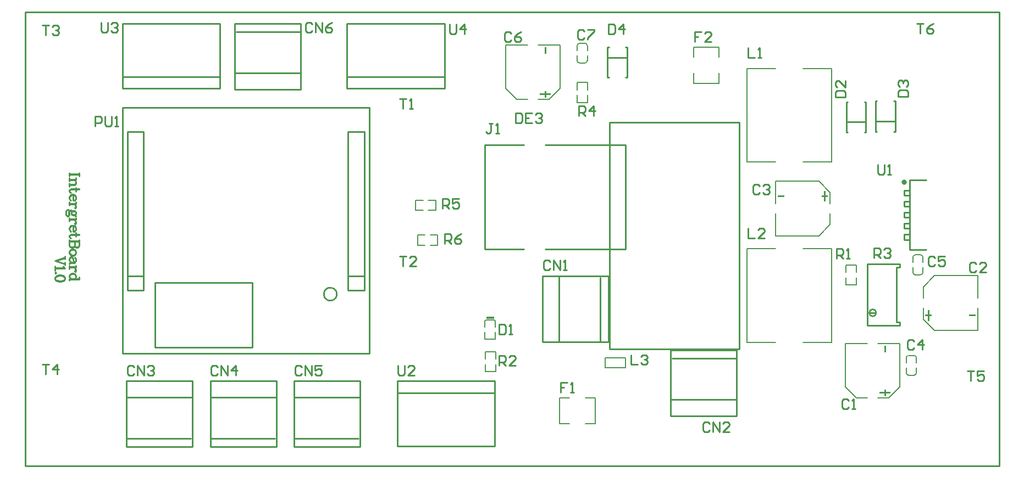
<source format=gto>
G04*
G04 #@! TF.GenerationSoftware,Altium Limited,Altium Designer,19.0.4 (130)*
G04*
G04 Layer_Color=65535*
%FSTAX44Y44*%
%MOMM*%
G71*
G01*
G75*
%ADD10C,0.2540*%
%ADD11C,0.2000*%
%ADD12C,0.4000*%
%ADD13C,0.1524*%
%ADD14R,1.2000X0.3000*%
G36*
X00802335Y0063575D02*
X00799845Y0063575D01*
Y0064571D01*
X00802335Y0064571D01*
Y0063575D01*
D02*
G37*
G36*
Y00574415D02*
X0080939D01*
Y00571925D01*
X00802335D01*
Y0056819D01*
X00799845Y0056819D01*
Y00571925D01*
X0079279D01*
Y00574415D01*
X00799845D01*
Y0057815D01*
X00802335D01*
Y00574415D01*
D02*
G37*
G36*
X01169Y00414731D02*
X0115904D01*
Y00417221D01*
X01169Y00417221D01*
Y00414731D01*
D02*
G37*
G36*
X01232825Y00417221D02*
X0123656D01*
X0123656Y00414731D01*
X01232825D01*
Y00407676D01*
X01230335D01*
Y00414731D01*
X012266D01*
Y00417221D01*
X01230335D01*
Y00424276D01*
X01232825D01*
Y00417221D01*
D02*
G37*
G36*
X01325646Y0011767D02*
Y00113935D01*
X01332701D01*
Y00111445D01*
X01325646D01*
Y0010771D01*
X01323156Y0010771D01*
Y00111445D01*
X01316101D01*
X01316101Y00113935D01*
X01323156D01*
Y0011767D01*
X01325646Y0011767D01*
D02*
G37*
G36*
X01323156Y0018523D02*
X01325646Y0018523D01*
Y0017527D01*
X01323156Y0017527D01*
Y0018523D01*
D02*
G37*
G36*
X01392665Y00233269D02*
X013964D01*
Y00230779D01*
X01392665D01*
Y00223724D01*
X01390175Y00223724D01*
Y00230779D01*
X0138644D01*
X0138644Y00233269D01*
X01390175D01*
Y00240324D01*
X01392665D01*
Y00233269D01*
D02*
G37*
G36*
X0146396D02*
Y00230779D01*
X01454Y00230779D01*
Y00233269D01*
X0146396Y00233269D01*
D02*
G37*
D10*
X0048Y00264834D02*
G03*
X0048Y00264834I-0001J0D01*
G01*
X01300105Y0023596D02*
G03*
X01300105Y00236061I00005388J00000051D01*
G01*
X0015Y00172934D02*
Y00552934D01*
X0016Y00552934D01*
X0051Y00552934D01*
X0015Y00172934D02*
X0053D01*
Y00552934D01*
X0051D02*
X0053D01*
X00497501Y00292931D02*
X00522499D01*
X00497501Y00270442D02*
X00522499D01*
Y0051544D01*
X00497501Y0051544D02*
X00522499Y0051544D01*
X00497503Y00433048D02*
Y00515445D01*
Y00270437D02*
Y00433048D01*
X00157503Y00433048D02*
X00157503Y00270437D01*
X00157503Y00433048D02*
X00157503Y00515445D01*
X00157501Y0051544D02*
X00182499Y0051544D01*
Y00270442D02*
Y0051544D01*
X00157501Y00270442D02*
X00182499D01*
X00157501Y00292931D02*
X00182499Y00292931D01*
X002Y00282934D02*
X0035D01*
X002Y00182934D02*
Y00282934D01*
Y00182934D02*
X0035D01*
Y00282934D01*
X009938Y000772D02*
Y001788D01*
Y000772D02*
X010954D01*
Y001788D01*
X009938D02*
X010954D01*
X0099634Y001661D02*
X010954D01*
X009938Y001026D02*
X010954D01*
X01295Y005145D02*
Y005615D01*
X01265Y005305D02*
X01295D01*
X01265Y005615D02*
X01265Y005145D01*
X01267D01*
X01293D02*
X01295Y005145D01*
X01293Y005615D02*
X01295D01*
X01265D02*
X01267D01*
X0134Y005155D02*
Y005625D01*
X0131Y005315D02*
X0134Y005315D01*
X0131Y005155D02*
Y005625D01*
Y005155D02*
X01312D01*
X01338Y005155D02*
X0134Y005155D01*
X01338Y005625D02*
X0134D01*
X0131D02*
X01312D01*
X0049714Y0060025D02*
X0064573Y0060025D01*
X00495801Y00582D02*
X00645801D01*
X00495801D02*
Y00682D01*
X00645801D01*
Y00582D02*
Y00682D01*
X00322901Y005804D02*
Y00682D01*
Y005804D02*
X00424501D01*
Y00682D01*
X00322901D02*
X00424501D01*
X00325442Y006693D02*
X00424501D01*
X00322901Y006058D02*
X00424501D01*
X0015134Y0060025D02*
X0029993Y0060025D01*
X00150001Y00582D02*
X00300001D01*
X00150001D02*
Y00682D01*
X00300001D01*
Y00582D02*
Y00682D01*
X0130549Y0023596D02*
X013093D01*
X0130168D02*
X0130549D01*
X0130168D02*
X0130549D01*
X012975Y003115D02*
X012975Y002165D01*
X013465D01*
X01347D01*
Y0022145D01*
X01342D02*
X01347D01*
X01342Y0030655D02*
X01342Y0022145D01*
X01342Y0030655D02*
X01347D01*
Y00311553D01*
X013465D02*
X01347D01*
X012975D02*
X013465D01*
X01362Y003335D02*
X01362Y004405D01*
X01362Y003335D02*
X013875D01*
X01362Y004405D02*
X013875D01*
X01354Y00425D02*
X01361D01*
X01354Y00417D02*
Y00425D01*
Y00417D02*
X01362D01*
X01354Y004D02*
X01362D01*
X01354Y00408D02*
X01354Y004D01*
X01354Y00408D02*
X01361Y00408D01*
X01354Y00383D02*
X01362Y00383D01*
X01354Y00383D02*
Y00391D01*
X01361D01*
X01354Y00366D02*
X01362Y00366D01*
X01354Y00366D02*
X01354Y00374D01*
X01361D01*
X01354Y00349D02*
X01362D01*
X01354D02*
Y00357D01*
X01361D01*
X0082249Y00191241D02*
Y00292841D01*
X0088599Y00191241D02*
Y00290301D01*
X0089869Y00191241D02*
Y00292841D01*
X0079709Y00191241D02*
X0089869D01*
X0079709D02*
Y00292841D01*
X0089869D01*
X00925Y00599D02*
X00927D01*
X00897D02*
X00899D01*
X00897Y00646D02*
X00899D01*
X00925D02*
X00927D01*
Y00599D02*
Y00646D01*
X00897Y0063D02*
X00927D01*
X00897Y00599D02*
Y00646D01*
X009243Y00333992D02*
Y00494992D01*
X007083D02*
X007083Y00333992D01*
X00708303Y00494995D02*
X00768303D01*
X007083Y00333992D02*
X007683D01*
X008013Y00494992D02*
X009243D01*
X008013Y00333992D02*
X009243Y00333992D01*
X00572999Y000306D02*
Y001306D01*
Y000306D02*
X00722999D01*
Y001306D01*
X00572999D02*
X00722999D01*
X0057307Y0011235D02*
X0072166Y0011235D01*
X00156241Y001052D02*
X00257841D01*
X00156241Y000417D02*
X00255301D01*
X00156241Y00029D02*
X00257841D01*
X00156241D02*
Y001306D01*
X00257841D01*
Y00029D02*
Y001306D01*
X00285241Y001052D02*
X00386841D01*
X00285241Y000417D02*
X00384301D01*
X00285241Y00029D02*
X00386841D01*
X00285241Y001306D02*
X00285241Y00029D01*
X00285241Y001306D02*
X00386841D01*
X00386841Y00029D02*
X00386841Y001306D01*
X00414241Y001052D02*
X00515841D01*
X00414241Y000417D02*
X00513301D01*
X00414241Y00029D02*
X00515841D01*
X00414241D02*
Y001306D01*
X00515841D01*
Y00029D02*
Y001306D01*
X00755Y00544235D02*
Y00529D01*
X00762617D01*
X00765157Y00531539D01*
Y00541696D01*
X00762617Y00544235D01*
X00755D01*
X00780392D02*
X00770235D01*
Y00529D01*
X00780392D01*
X00770235Y00536618D02*
X00775313D01*
X0078547Y00541696D02*
X00788009Y00544235D01*
X00793088D01*
X00795627Y00541696D01*
Y00539157D01*
X00793088Y00536618D01*
X00790548D01*
X00793088D01*
X00795627Y00534078D01*
Y00531539D01*
X00793088Y00529D01*
X00788009D01*
X0078547Y00531539D01*
X00061237Y00321549D02*
X00046Y0031647D01*
X00061237Y00320823D02*
X00048177Y0031647D01*
X00061237Y00311391D02*
X00046Y0031647D01*
X00061237Y00323D02*
Y00318647D01*
Y00314293D02*
Y0030994D01*
X00058334Y00307981D02*
X0005906Y0030653D01*
X00061237Y00304353D01*
X00046D01*
X00060511Y00305079D02*
X00046D01*
Y00307981D02*
Y00301451D01*
X00047451Y00298113D02*
X00046726Y00298839D01*
X00046Y00298113D01*
X00046726Y00297388D01*
X00047451Y00298113D01*
X00061237Y00289914D02*
X00060511Y00292091D01*
X00058334Y00293542D01*
X00054707Y00294268D01*
X0005253D01*
X00048902Y00293542D01*
X00046726Y00292091D01*
X00046Y00289914D01*
Y00288463D01*
X00046726Y00286287D01*
X00048902Y00284836D01*
X0005253Y0028411D01*
X00054707D01*
X00058334Y00284836D01*
X00060511Y00286287D01*
X00061237Y00288463D01*
Y00289914D01*
X00060511Y00291366D01*
X00059786Y00292091D01*
X00058334Y00292817D01*
X00054707Y00293542D01*
X0005253D01*
X00048902Y00292817D01*
X00047451Y00292091D01*
X00046726Y00291366D01*
X00046Y00289914D01*
Y00288463D02*
X00046726Y00287012D01*
X00047451Y00286287D01*
X00048902Y00285561D01*
X0005253Y00284836D01*
X00054707D01*
X00058334Y00285561D01*
X00059786Y00286287D01*
X00060511Y00287012D01*
X00061237Y00288463D01*
X00083237Y00449823D02*
X00068D01*
X00083237Y00449098D02*
X00068D01*
X00083237Y00452D02*
Y00446921D01*
X00068Y00452D02*
Y00446921D01*
X00078158Y00441987D02*
X00068D01*
X00078158Y00441262D02*
X00068D01*
X00075981D02*
X00077432Y00439811D01*
X00078158Y00437634D01*
Y00436183D01*
X00077432Y00434006D01*
X00075981Y00433281D01*
X00068D01*
X00078158Y00436183D02*
X00077432Y00434732D01*
X00075981Y00434006D01*
X00068D01*
X00078158Y00444164D02*
Y00441262D01*
X00068Y00444164D02*
Y00439085D01*
Y00436183D02*
Y00431104D01*
Y00424791D02*
X00068726Y00425517D01*
X00070902Y00426243D01*
X00083237D01*
Y00426968D01*
X00070902D01*
X00068726Y00426243D01*
X00068Y00424791D01*
Y0042334D01*
X00068726Y00421889D01*
X00070177Y00421164D01*
X00078158Y00429145D02*
Y0042334D01*
X00073804Y00417971D02*
Y00409265D01*
X00075256D01*
X00076707Y0040999D01*
X00077432Y00410716D01*
X00078158Y00412167D01*
Y00414343D01*
X00077432Y0041652D01*
X00075981Y00417971D01*
X00073804Y00418697D01*
X00072353D01*
X00070177Y00417971D01*
X00068726Y0041652D01*
X00068Y00414343D01*
Y00412892D01*
X00068726Y00410716D01*
X00070177Y00409265D01*
X00073804Y0040999D02*
X00075981D01*
X00077432Y00410716D01*
X00078158Y00414343D02*
X00077432Y00415795D01*
X00075981Y00417246D01*
X00073804Y00417971D01*
X00072353D01*
X00070177Y00417246D01*
X00068726Y00415795D01*
X00068Y00414343D01*
X00078158Y00404766D02*
X00068D01*
X00078158Y00404041D02*
X00068D01*
X00073804D02*
X00075981Y00403315D01*
X00077432Y00401864D01*
X00078158Y00400413D01*
Y00398236D01*
X00077432Y0039751D01*
X00076707D01*
X00075981Y00398236D01*
X00076707Y00398962D01*
X00077432Y00398236D01*
X00078158Y00406943D02*
Y00404041D01*
X00068Y00406943D02*
Y00401864D01*
X00078158Y00390835D02*
X00077432Y00392286D01*
X00076707Y00393012D01*
X00075256Y00393738D01*
X00073804D01*
X00072353Y00393012D01*
X00071628Y00392286D01*
X00070902Y00390835D01*
Y00389384D01*
X00071628Y00387933D01*
X00072353Y00387208D01*
X00073804Y00386482D01*
X00075256D01*
X00076707Y00387208D01*
X00077432Y00387933D01*
X00078158Y00389384D01*
Y00390835D01*
X00077432Y00392286D02*
X00075981Y00393012D01*
X00073079D01*
X00071628Y00392286D01*
Y00387933D02*
X00073079Y00387208D01*
X00075981D01*
X00077432Y00387933D01*
X00076707Y00387208D02*
X00077432Y00386482D01*
X00078158Y00385031D01*
X00077432D01*
Y00386482D01*
X00072353Y00393012D02*
X00071628Y00393738D01*
X00070177Y00394463D01*
X00069451D01*
X00068Y00393738D01*
X00067274Y00391561D01*
Y00387933D01*
X00066549Y00385756D01*
X00065823Y00385031D01*
X00069451Y00394463D02*
X00068726Y00393738D01*
X00068Y00391561D01*
Y00387933D01*
X00067274Y00385756D01*
X00065823Y00385031D01*
X00065098D01*
X00063647Y00385756D01*
X00062921Y00387933D01*
Y00392286D01*
X00063647Y00394463D01*
X00065098Y00395189D01*
X00065823D01*
X00067274Y00394463D01*
X00068Y00392286D01*
X00078158Y00380605D02*
X00068D01*
X00078158Y00379879D02*
X00068D01*
X00073804D02*
X00075981Y00379154D01*
X00077432Y00377703D01*
X00078158Y00376252D01*
Y00374075D01*
X00077432Y00373349D01*
X00076707D01*
X00075981Y00374075D01*
X00076707Y003748D01*
X00077432Y00374075D01*
X00078158Y00382782D02*
Y00379879D01*
X00068Y00382782D02*
Y00377703D01*
X00073804Y00370302D02*
Y00361595D01*
X00075256D01*
X00076707Y00362321D01*
X00077432Y00363046D01*
X00078158Y00364498D01*
Y00366674D01*
X00077432Y00368851D01*
X00075981Y00370302D01*
X00073804Y00371028D01*
X00072353D01*
X00070177Y00370302D01*
X00068726Y00368851D01*
X00068Y00366674D01*
Y00365223D01*
X00068726Y00363046D01*
X00070177Y00361595D01*
X00073804Y00362321D02*
X00075981D01*
X00077432Y00363046D01*
X00078158Y00366674D02*
X00077432Y00368125D01*
X00075981Y00369576D01*
X00073804Y00370302D01*
X00072353D01*
X00070177Y00369576D01*
X00068726Y00368125D01*
X00068Y00366674D01*
Y0035492D02*
X00068726Y00355646D01*
X00070902Y00356371D01*
X00083237D01*
Y00357097D01*
X00070902D01*
X00068726Y00356371D01*
X00068Y0035492D01*
Y00353469D01*
X00068726Y00352018D01*
X00070177Y00351292D01*
X00078158Y00359274D02*
Y00353469D01*
X00083237Y00346649D02*
X00068D01*
X00083237Y00345923D02*
X00068D01*
X00083237Y00348825D02*
Y00340119D01*
X00082511Y00337942D01*
X00081786Y00337217D01*
X00080335Y00336491D01*
X00078883D01*
X00077432Y00337217D01*
X00076707Y00337942D01*
X00075981Y00340119D01*
X00083237D02*
X00082511Y00338668D01*
X00081786Y00337942D01*
X00080335Y00337217D01*
X00078883D01*
X00077432Y00337942D01*
X00076707Y00338668D01*
X00075981Y00340119D01*
Y00345923D02*
Y00340119D01*
X00075256Y00337942D01*
X0007453Y00337217D01*
X00073079Y00336491D01*
X00070902D01*
X00069451Y00337217D01*
X00068726Y00337942D01*
X00068Y00340119D01*
Y00348825D01*
X00075981Y00340119D02*
X00075256Y00338668D01*
X0007453Y00337942D01*
X00073079Y00337217D01*
X00070902D01*
X00069451Y00337942D01*
X00068726Y00338668D01*
X00068Y00340119D01*
X00078158Y00330106D02*
X00077432Y00332283D01*
X00075981Y00333734D01*
X00073804Y00334459D01*
X00072353D01*
X00070177Y00333734D01*
X00068726Y00332283D01*
X00068Y00330106D01*
Y00328655D01*
X00068726Y00326478D01*
X00070177Y00325027D01*
X00072353Y00324302D01*
X00073804D01*
X00075981Y00325027D01*
X00077432Y00326478D01*
X00078158Y00328655D01*
Y00330106D01*
X00077432Y00331557D01*
X00075981Y00333008D01*
X00073804Y00333734D01*
X00072353D01*
X00070177Y00333008D01*
X00068726Y00331557D01*
X00068Y00330106D01*
Y00328655D02*
X00068726Y00327204D01*
X00070177Y00325753D01*
X00072353Y00325027D01*
X00073804D01*
X00075981Y00325753D01*
X00077432Y00327204D01*
X00078158Y00328655D01*
X00076707Y00320601D02*
X00075981D01*
Y00321327D01*
X00076707D01*
X00077432Y00320601D01*
X00078158Y0031915D01*
Y00316248D01*
X00077432Y00314797D01*
X00076707Y00314071D01*
X00075256Y00313346D01*
X00070177D01*
X00068726Y0031262D01*
X00068Y00311895D01*
X00076707Y00314071D02*
X00070177D01*
X00068726Y00313346D01*
X00068Y00311895D01*
Y00311169D01*
X00075256Y00314071D02*
X0007453Y00314797D01*
X00073804Y0031915D01*
X00073079Y00321327D01*
X00071628Y00322052D01*
X00070177D01*
X00068726Y00321327D01*
X00068Y0031915D01*
Y00316973D01*
X00068726Y00315522D01*
X00070177Y00314071D01*
X00073804Y0031915D02*
X00073079Y00320601D01*
X00071628Y00321327D01*
X00070177D01*
X00068726Y00320601D01*
X00068Y0031915D01*
X00078158Y00306816D02*
X00068D01*
X00078158Y0030609D02*
X00068D01*
X00073804D02*
X00075981Y00305364D01*
X00077432Y00303913D01*
X00078158Y00302462D01*
Y00300286D01*
X00077432Y0029956D01*
X00076707D01*
X00075981Y00300286D01*
X00076707Y00301011D01*
X00077432Y00300286D01*
X00078158Y00308992D02*
Y0030609D01*
X00068Y00308992D02*
Y00303913D01*
X00083237Y00288532D02*
X00068D01*
X00083237Y00287806D02*
X00068D01*
X00075981Y00288532D02*
X00077432Y00289983D01*
X00078158Y00291434D01*
Y00292885D01*
X00077432Y00295062D01*
X00075981Y00296513D01*
X00073804Y00297238D01*
X00072353D01*
X00070177Y00296513D01*
X00068726Y00295062D01*
X00068Y00292885D01*
Y00291434D01*
X00068726Y00289983D01*
X00070177Y00288532D01*
X00078158Y00292885D02*
X00077432Y00294336D01*
X00075981Y00295787D01*
X00073804Y00296513D01*
X00072353D01*
X00070177Y00295787D01*
X00068726Y00294336D01*
X00068Y00292885D01*
X00083237Y00290708D02*
Y00287806D01*
X00068Y00288532D02*
Y00285629D01*
X01373Y00682235D02*
X01383157D01*
X01378078D01*
Y00667D01*
X01398392Y00682235D02*
X01393313Y00679696D01*
X01388235Y00674617D01*
Y00669539D01*
X01390774Y00667D01*
X01395853D01*
X01398392Y00669539D01*
Y00672078D01*
X01395853Y00674617D01*
X01388235D01*
X01451Y00146235D02*
X01461157D01*
X01456078D01*
Y00131D01*
X01476392Y00146235D02*
X01466235D01*
Y00138617D01*
X01471313Y00141157D01*
X01473853D01*
X01476392Y00138617D01*
Y00133539D01*
X01473853Y00131D01*
X01468774D01*
X01466235Y00133539D01*
X00025959Y0015603D02*
X00036116D01*
X00031037D01*
Y00140795D01*
X00048812D02*
Y0015603D01*
X00041194Y00148412D01*
X00051351D01*
X00025959Y00680031D02*
X00036116D01*
X00031037D01*
Y00664795D01*
X00041194Y00677491D02*
X00043733Y00680031D01*
X00048812D01*
X00051351Y00677491D01*
Y00674952D01*
X00048812Y00672413D01*
X00046272D01*
X00048812D01*
X00051351Y00669874D01*
Y00667335D01*
X00048812Y00664795D01*
X00043733D01*
X00041194Y00667335D01*
X00576947Y00323194D02*
X00587104D01*
X00582025D01*
Y00307959D01*
X00602339D02*
X00592182D01*
X00602339Y00318116D01*
Y00320655D01*
X005998Y00323194D01*
X00594721D01*
X00592182Y00320655D01*
X00576947Y00566148D02*
X00587104D01*
X00582025D01*
Y00550913D01*
X00592182D02*
X0059726D01*
X00594721D01*
Y00566148D01*
X00592182Y00563609D01*
X00654Y00681235D02*
Y00668539D01*
X00656539Y00666D01*
X00661618D01*
X00664157Y00668539D01*
Y00681235D01*
X00676853Y00666D02*
Y00681235D01*
X00669235Y00673617D01*
X00679392D01*
X00117Y00684235D02*
Y00671539D01*
X00119539Y00669D01*
X00124618D01*
X00127157Y00671539D01*
Y00684235D01*
X00132235Y00681696D02*
X00134774Y00684235D01*
X00139853D01*
X00142392Y00681696D01*
Y00679157D01*
X00139853Y00676618D01*
X00137313D01*
X00139853D01*
X00142392Y00674078D01*
Y00671539D01*
X00139853Y00669D01*
X00134774D01*
X00132235Y00671539D01*
X00574214Y00154645D02*
Y00141949D01*
X00576753Y0013941D01*
X00581832D01*
X00584371Y00141949D01*
Y00154645D01*
X00599606Y0013941D02*
X00589449D01*
X00599606Y00149567D01*
Y00152106D01*
X00597067Y00154645D01*
X00591988D01*
X00589449Y00152106D01*
X01313602Y00464747D02*
Y00452051D01*
X01316141Y00449512D01*
X01321219D01*
X01323759Y00452051D01*
Y00464747D01*
X01328837Y00449512D02*
X01333915D01*
X01331376D01*
Y00464747D01*
X01328837Y00462208D01*
X00646Y00342954D02*
Y00358189D01*
X00653617D01*
X00656157Y0035565D01*
Y00350571D01*
X00653617Y00348032D01*
X00646D01*
X00651078D02*
X00656157Y00342954D01*
X00671392Y00358189D02*
X00666313Y0035565D01*
X00661235Y00350571D01*
Y00345493D01*
X00663774Y00342954D01*
X00668853D01*
X00671392Y00345493D01*
Y00348032D01*
X00668853Y00350571D01*
X00661235D01*
X00643Y00396886D02*
Y00412121D01*
X00650618D01*
X00653157Y00409582D01*
Y00404503D01*
X00650618Y00401964D01*
X00643D01*
X00648078D02*
X00653157Y00396886D01*
X00668392Y00412121D02*
X00658235D01*
Y00404503D01*
X00663313Y00407042D01*
X00665853D01*
X00668392Y00404503D01*
Y00399425D01*
X00665853Y00396886D01*
X00660774D01*
X00658235Y00399425D01*
X00853Y0054D02*
Y00555235D01*
X00860618D01*
X00863157Y00552696D01*
Y00547617D01*
X00860618Y00545078D01*
X00853D01*
X00858078D02*
X00863157Y0054D01*
X00875853D02*
Y00555235D01*
X00868235Y00547617D01*
X00878392D01*
X01307Y00321D02*
Y00336235D01*
X01314617D01*
X01317157Y00333696D01*
Y00328618D01*
X01314617Y00326078D01*
X01307D01*
X01312078D02*
X01317157Y00321D01*
X01322235Y00333696D02*
X01324774Y00336235D01*
X01329853D01*
X01332392Y00333696D01*
Y00331157D01*
X01329853Y00328618D01*
X01327313D01*
X01329853D01*
X01332392Y00326078D01*
Y00323539D01*
X01329853Y00321D01*
X01324774D01*
X01322235Y00323539D01*
X0073Y00155D02*
Y00170235D01*
X00737617D01*
X00740157Y00167696D01*
Y00162617D01*
X00737617Y00160078D01*
X0073D01*
X00735078D02*
X00740157Y00155D01*
X00755392D02*
X00745235D01*
X00755392Y00165157D01*
Y00167696D01*
X00752853Y00170235D01*
X00747774D01*
X00745235Y00167696D01*
X0125Y0032D02*
Y00335235D01*
X01257617D01*
X01260157Y00332696D01*
Y00327617D01*
X01257617Y00325078D01*
X0125D01*
X01255078D02*
X01260157Y0032D01*
X01265235D02*
X01270313D01*
X01267774D01*
Y00335235D01*
X01265235Y00332696D01*
X00108Y00524D02*
Y00539235D01*
X00115618D01*
X00118157Y00536696D01*
Y00531618D01*
X00115618Y00529078D01*
X00108D01*
X00123235Y00539235D02*
Y00526539D01*
X00125774Y00524D01*
X00130853D01*
X00133392Y00526539D01*
Y00539235D01*
X0013847Y00524D02*
X00143548D01*
X00141009D01*
Y00539235D01*
X0013847Y00536696D01*
X00933Y00171235D02*
Y00156D01*
X00943157D01*
X00948235Y00168696D02*
X00950774Y00171235D01*
X00955853D01*
X00958392Y00168696D01*
Y00166157D01*
X00955853Y00163617D01*
X00953313D01*
X00955853D01*
X00958392Y00161078D01*
Y00158539D01*
X00955853Y00156D01*
X00950774D01*
X00948235Y00158539D01*
X01113634Y00366509D02*
Y00351274D01*
X01123791D01*
X01139026D02*
X01128869D01*
X01139026Y00361431D01*
Y0036397D01*
X01136487Y00366509D01*
X01131408D01*
X01128869Y0036397D01*
X01113611Y00644644D02*
Y00629409D01*
X01123768D01*
X01128846D02*
X01133924D01*
X01131385D01*
Y00644644D01*
X01128846Y00642105D01*
X0071979Y00528408D02*
X00714712D01*
X00717251D01*
Y00515712D01*
X00714712Y00513173D01*
X00712173D01*
X00709634Y00515712D01*
X00724869Y00513173D02*
X00729947D01*
X00727408D01*
Y00528408D01*
X00724869Y00525869D01*
X01041307Y00669585D02*
X0103115D01*
Y00661967D01*
X01036228D01*
X0103115D01*
Y0065435D01*
X01056542D02*
X01046385D01*
X01056542Y00664507D01*
Y00667046D01*
X01054003Y00669585D01*
X01048924D01*
X01046385Y00667046D01*
X00834735Y00128175D02*
X00824578D01*
Y00120557D01*
X00829656D01*
X00824578D01*
Y0011294D01*
X00839813D02*
X00844891D01*
X00842352D01*
Y00128175D01*
X00839813Y00125636D01*
X00898328Y00681269D02*
Y00666034D01*
X00905946D01*
X00908485Y00668573D01*
Y0067873D01*
X00905946Y00681269D01*
X00898328D01*
X00921181Y00666034D02*
Y00681269D01*
X00913563Y00673652D01*
X0092372D01*
X01344765Y0057D02*
X0136D01*
Y00577617D01*
X01357461Y00580157D01*
X01347304D01*
X01344765Y00577617D01*
Y0057D01*
X01347304Y00585235D02*
X01344765Y00587774D01*
Y00592853D01*
X01347304Y00595392D01*
X01349843D01*
X01352383Y00592853D01*
Y00590313D01*
Y00592853D01*
X01354922Y00595392D01*
X01357461D01*
X0136Y00592853D01*
Y00587774D01*
X01357461Y00585235D01*
X01247765Y00569D02*
X01263D01*
Y00576618D01*
X01260461Y00579157D01*
X01250304D01*
X01247765Y00576618D01*
Y00569D01*
X01263Y00594392D02*
Y00584235D01*
X01252843Y00594392D01*
X01250304D01*
X01247765Y00591853D01*
Y00586774D01*
X01250304Y00584235D01*
X0073Y00218235D02*
Y00203D01*
X00737617D01*
X00740157Y00205539D01*
Y00215696D01*
X00737617Y00218235D01*
X0073D01*
X00745235Y00203D02*
X00750313D01*
X00747774D01*
Y00218235D01*
X00745235Y00215696D01*
X00442157Y00681696D02*
X00439618Y00684235D01*
X00434539D01*
X00432Y00681696D01*
Y00671539D01*
X00434539Y00669D01*
X00439618D01*
X00442157Y00671539D01*
X00447235Y00669D02*
Y00684235D01*
X00457392Y00669D01*
Y00684235D01*
X00472627D02*
X00467548Y00681696D01*
X0046247Y00676618D01*
Y00671539D01*
X00465009Y00669D01*
X00470088D01*
X00472627Y00671539D01*
Y00674078D01*
X00470088Y00676618D01*
X0046247D01*
X00425631Y0015208D02*
X00423092Y00154619D01*
X00418013D01*
X00415474Y0015208D01*
Y00141923D01*
X00418013Y00139384D01*
X00423092D01*
X00425631Y00141923D01*
X00430709Y00139384D02*
Y00154619D01*
X00440866Y00139384D01*
Y00154619D01*
X00456101D02*
X00445944D01*
Y00147002D01*
X00451022Y00149541D01*
X00453562D01*
X00456101Y00147002D01*
Y00141923D01*
X00453562Y00139384D01*
X00448483D01*
X00445944Y00141923D01*
X00296711Y0015208D02*
X00294172Y00154619D01*
X00289093D01*
X00286554Y0015208D01*
Y00141923D01*
X00289093Y00139384D01*
X00294172D01*
X00296711Y00141923D01*
X00301789Y00139384D02*
Y00154619D01*
X00311946Y00139384D01*
Y00154619D01*
X00324642Y00139384D02*
Y00154619D01*
X00317024Y00147002D01*
X00327181D01*
X00167543Y00152244D02*
X00165004Y00154783D01*
X00159925D01*
X00157386Y00152244D01*
Y00142087D01*
X00159925Y00139548D01*
X00165004D01*
X00167543Y00142087D01*
X00172621Y00139548D02*
Y00154783D01*
X00182778Y00139548D01*
Y00154783D01*
X00187856Y00152244D02*
X00190395Y00154783D01*
X00195474D01*
X00198013Y00152244D01*
Y00149705D01*
X00195474Y00147165D01*
X00192934D01*
X00195474D01*
X00198013Y00144626D01*
Y00142087D01*
X00195474Y00139548D01*
X00190395D01*
X00187856Y00142087D01*
X01054157Y00064696D02*
X01051618Y00067235D01*
X01046539D01*
X01044Y00064696D01*
Y00054539D01*
X01046539Y00052D01*
X01051618D01*
X01054157Y00054539D01*
X01059235Y00052D02*
Y00067235D01*
X01069392Y00052D01*
Y00067235D01*
X01084627Y00052D02*
X0107447D01*
X01084627Y00062157D01*
Y00064696D01*
X01082088Y00067235D01*
X01077009D01*
X0107447Y00064696D01*
X00808619Y00314431D02*
X00806079Y0031697D01*
X00801001D01*
X00798462Y00314431D01*
Y00304274D01*
X00801001Y00301735D01*
X00806079D01*
X00808619Y00304274D01*
X00813697Y00301735D02*
Y0031697D01*
X00823854Y00301735D01*
Y0031697D01*
X00828932Y00301735D02*
X0083401D01*
X00831471D01*
Y0031697D01*
X00828932Y00314431D01*
X00861157Y00670696D02*
X00858617Y00673235D01*
X00853539D01*
X00851Y00670696D01*
Y00660539D01*
X00853539Y00658D01*
X00858617D01*
X00861157Y00660539D01*
X00866235Y00673235D02*
X00876392D01*
Y00670696D01*
X00866235Y00660539D01*
Y00658D01*
X00748157Y00666696D02*
X00745618Y00669235D01*
X00740539D01*
X00738Y00666696D01*
Y00656539D01*
X00740539Y00654D01*
X00745618D01*
X00748157Y00656539D01*
X00763392Y00669235D02*
X00758313Y00666696D01*
X00753235Y00661618D01*
Y00656539D01*
X00755774Y00654D01*
X00760853D01*
X00763392Y00656539D01*
Y00659078D01*
X00760853Y00661618D01*
X00753235D01*
X01401157Y00320696D02*
X01398618Y00323235D01*
X01393539D01*
X01391Y00320696D01*
Y00310539D01*
X01393539Y00308D01*
X01398618D01*
X01401157Y00310539D01*
X01416392Y00323235D02*
X01406235D01*
Y00315618D01*
X01411313Y00318157D01*
X01413853D01*
X01416392Y00315618D01*
Y00310539D01*
X01413853Y00308D01*
X01408774D01*
X01406235Y00310539D01*
X01368899Y0019172D02*
X0136636Y00194259D01*
X01361281D01*
X01358742Y0019172D01*
Y00181563D01*
X01361281Y00179024D01*
X0136636D01*
X01368899Y00181563D01*
X01381595Y00179024D02*
Y00194259D01*
X01373977Y00186642D01*
X01384134D01*
X01131157Y00431696D02*
X01128617Y00434235D01*
X01123539D01*
X01121Y00431696D01*
Y00421539D01*
X01123539Y00419D01*
X01128617D01*
X01131157Y00421539D01*
X01136235Y00431696D02*
X01138774Y00434235D01*
X01143853D01*
X01146392Y00431696D01*
Y00429157D01*
X01143853Y00426618D01*
X01141313D01*
X01143853D01*
X01146392Y00424078D01*
Y00421539D01*
X01143853Y00419D01*
X01138774D01*
X01136235Y00421539D01*
X01465157Y00311696D02*
X01462617Y00314235D01*
X01457539D01*
X01455Y00311696D01*
Y00301539D01*
X01457539Y00299D01*
X01462617D01*
X01465157Y00301539D01*
X01480392Y00299D02*
X01470235D01*
X01480392Y00309157D01*
Y00311696D01*
X01477853Y00314235D01*
X01472774D01*
X01470235Y00311696D01*
X01268157Y00100696D02*
X01265618Y00103235D01*
X01260539D01*
X01258Y00100696D01*
Y00090539D01*
X01260539Y00088D01*
X01265618D01*
X01268157Y00090539D01*
X01273235Y00088D02*
X01278313D01*
X01275774D01*
Y00103235D01*
X01273235Y00100696D01*
X0035Y00182934D02*
Y00282934D01*
X002D02*
X0035D01*
X002Y00182934D02*
Y00282934D01*
Y00182934D02*
X0035D01*
X009Y0018D02*
Y0053D01*
X011D01*
X009Y0018D02*
X011D01*
X011D02*
Y0053D01*
X002Y00182939D02*
Y00282939D01*
Y00182939D02*
X0035D01*
Y00282944D01*
X003D02*
X0035D01*
X002D02*
X0035D01*
X0Y0D02*
Y007D01*
X015D01*
Y0D02*
Y007D01*
X0Y0D02*
X015D01*
D11*
X013829Y0032135D02*
G03*
X013789Y0032535I-00004J-0D01*
G01*
X013711D02*
G03*
X013671Y0032135I0J-00004D01*
G01*
X013671Y0029865D02*
G03*
X013711Y0029465I00004J0D01*
G01*
X013789D02*
G03*
X013829Y0029865I0J00004D01*
G01*
X008659Y0064805D02*
G03*
X008619Y0065205I-00004J-0D01*
G01*
X008541D02*
G03*
X008501Y0064805I0J-00004D01*
G01*
X008501Y0062535D02*
G03*
X008541Y0062135I00004J0D01*
G01*
X008619Y0062135D02*
G03*
X008659Y0062535I0J00004D01*
G01*
X013689Y0013965D02*
G03*
X013729Y0014365I0J00004D01*
G01*
X013571Y0014365D02*
G03*
X013611Y0013965I00004J0D01*
G01*
X013611Y0017035D02*
G03*
X013571Y0016635I0J-00004D01*
G01*
X013729D02*
G03*
X013689Y0017035I-00004J-0D01*
G01*
X00624Y00340341D02*
X0063535D01*
X0060465D02*
X00616D01*
X00624Y00356141D02*
X0063535D01*
X0060465Y00340341D02*
Y00356141D01*
X0063535Y00340341D02*
Y00356141D01*
X0060465D02*
X00616D01*
X00621Y003941D02*
X0063235D01*
X0060165D02*
X00613D01*
X00621Y004099D02*
X0063235D01*
X0060165Y003941D02*
Y004099D01*
X0063235Y003941D02*
Y004099D01*
X0060165D02*
X00613D01*
X007081Y0019495D02*
Y002063D01*
Y002143D02*
Y002233D01*
X007239Y0019495D02*
Y002063D01*
X0071003Y002253D02*
X0072197D01*
X007081Y0019495D02*
X007239D01*
Y002143D02*
Y002233D01*
X0072197Y002253D02*
X007239Y002233D01*
X007081Y002233D02*
X0071003Y002253D01*
X007091Y001567D02*
X007091Y0014535D01*
X007091Y001647D02*
Y0017605D01*
X007249Y001567D02*
X007249Y0014535D01*
X007091Y0017605D02*
X007249D01*
X007091Y0014535D02*
X007249D01*
X007249Y001647D02*
Y0017605D01*
X0089365Y001669D02*
X0092435D01*
Y001511D02*
Y001669D01*
X0089365Y001511D02*
X0092435D01*
X0089365D02*
Y001669D01*
X013671Y0032135D02*
X013671Y00314D01*
Y0029865D02*
Y00306D01*
X013829Y00306D02*
X013829Y0029865D01*
X013711Y0032535D02*
X013789D01*
X013711Y0029465D02*
X013789Y0029465D01*
X013829Y00314D02*
X013829Y0032135D01*
X012641Y002903D02*
X012641Y0027895D01*
X012641Y0030965D02*
X012641Y002983D01*
X012799Y002903D02*
X012799Y0027895D01*
X012641Y0030965D02*
X012799D01*
X012641Y0027895D02*
X012799D01*
X012799Y0030965D02*
X012799Y002983D01*
X008659Y0058D02*
X008659Y0059135D01*
X008659Y0056065D02*
X008659Y00572D01*
X008501Y0058D02*
Y0059135D01*
Y0056065D02*
X008659Y0056065D01*
X008501Y0059135D02*
X008659Y0059135D01*
X008501Y0056065D02*
Y00572D01*
Y006407D02*
X008501Y0064805D01*
X008501Y006327D02*
X008501Y0062535D01*
X008659Y0062535D02*
Y006327D01*
X008541Y0065205D02*
X008619D01*
X008541Y0062135D02*
X008619Y0062135D01*
X008659Y006407D02*
X008659Y0064805D01*
X013729Y00159D02*
Y0016635D01*
X013611Y0013965D02*
X013689D01*
X013611Y0017035D02*
X013689D01*
X013729Y0014365D02*
Y00151D01*
X013571Y0014365D02*
Y00151D01*
Y00159D02*
Y0016635D01*
D12*
X01356Y004375D02*
G03*
X01356Y004375I-00002J0D01*
G01*
D13*
X01313135Y00188482D02*
X01347574Y00188482D01*
X01347574Y0012182D02*
X01347574Y00188482D01*
X01330211Y00104458D02*
X01347574Y0012182D01*
X01313135Y00104458D02*
X01330211Y00104458D01*
X01263049Y00188482D02*
X01297487Y00188482D01*
X01263049Y0012182D02*
Y00188482D01*
Y0012182D02*
X01280412Y00104458D01*
X01297487Y00104458D01*
X01467212Y0024329D02*
X01467212Y00208852D01*
X0140055Y00208852D02*
X01467212Y00208852D01*
X01383188Y00226215D02*
X0140055Y00208852D01*
X01383188Y0024329D02*
X01383188Y00226215D01*
X01467212Y00258938D02*
Y00293377D01*
X0140055D02*
X01467212D01*
X01383188Y00276014D02*
X0140055Y00293377D01*
X01383188Y00258938D02*
X01383188Y00276014D01*
X01155788Y0040471D02*
Y00439148D01*
X0122245D01*
X01239812Y00421785D01*
Y0040471D02*
Y00421785D01*
X01155788Y00389062D02*
X01155788Y00354623D01*
X0122245D01*
X01239812Y00371986D01*
X01239812Y00389062D01*
X00789824Y00648962D02*
X00824262Y00648962D01*
Y005823D02*
Y00648962D01*
X008069Y00564938D02*
X00824262Y005823D01*
X00789824Y00564938D02*
X008069D01*
X00739738Y00648962D02*
X00774176Y00648962D01*
X00739738Y005823D02*
Y00648962D01*
Y005823D02*
X007571Y00564938D01*
X00774176Y00564938D01*
X00862858Y00064994D02*
X00878448D01*
Y00104558D01*
X00862858D02*
X00878448D01*
X00822743Y00064994D02*
X00838333D01*
X00822743D02*
Y00104558D01*
X00838333D01*
X01111738Y00190518D02*
X01155876Y00190518D01*
X01111738Y00190518D02*
Y00335042D01*
X01155876Y00335042D01*
X01198124Y00190518D02*
X01242262Y00190518D01*
Y00335042D01*
X01198124Y00335042D02*
X01242262Y00335042D01*
X01198124Y00613042D02*
X01242262D01*
Y00468518D02*
Y00613042D01*
X01198124Y00468518D02*
X01242262D01*
X01111738Y00613042D02*
X01155876D01*
X01111738Y00468518D02*
Y00613042D01*
Y00468518D02*
X01155876D01*
X01069006Y00630262D02*
Y00645853D01*
X01029442D02*
X01069006D01*
X01029442Y00630262D02*
Y00645853D01*
X01069006Y00590147D02*
Y00605738D01*
X01029442Y00590147D02*
X01069006D01*
X01029442D02*
Y00605738D01*
D14*
X00716Y0022855D02*
D03*
M02*

</source>
